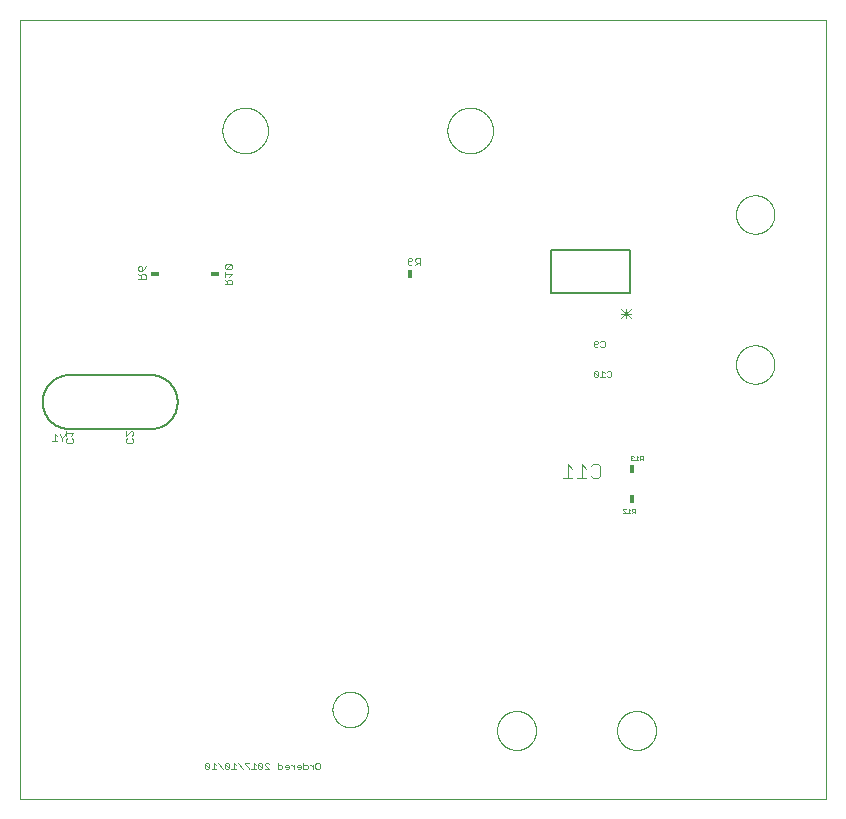
<source format=gbo>
G75*
%MOIN*%
%OFA0B0*%
%FSLAX25Y25*%
%IPPOS*%
%LPD*%
%AMOC8*
5,1,8,0,0,1.08239X$1,22.5*
%
%ADD10C,0.00000*%
%ADD11C,0.00200*%
%ADD12C,0.00400*%
%ADD13R,0.03000X0.01800*%
%ADD14R,0.01800X0.03000*%
%ADD15C,0.00800*%
%ADD16C,0.00600*%
%ADD17C,0.00300*%
%ADD18C,0.00100*%
D10*
X0003594Y0010258D02*
X0003594Y0270219D01*
X0272294Y0270219D01*
X0272294Y0010258D01*
X0003594Y0010258D01*
X0107688Y0040258D02*
X0107690Y0040411D01*
X0107696Y0040565D01*
X0107706Y0040718D01*
X0107720Y0040870D01*
X0107738Y0041023D01*
X0107760Y0041174D01*
X0107785Y0041325D01*
X0107815Y0041476D01*
X0107849Y0041626D01*
X0107886Y0041774D01*
X0107927Y0041922D01*
X0107972Y0042068D01*
X0108021Y0042214D01*
X0108074Y0042358D01*
X0108130Y0042500D01*
X0108190Y0042641D01*
X0108254Y0042781D01*
X0108321Y0042919D01*
X0108392Y0043055D01*
X0108467Y0043189D01*
X0108544Y0043321D01*
X0108626Y0043451D01*
X0108710Y0043579D01*
X0108798Y0043705D01*
X0108889Y0043828D01*
X0108983Y0043949D01*
X0109081Y0044067D01*
X0109181Y0044183D01*
X0109285Y0044296D01*
X0109391Y0044407D01*
X0109500Y0044515D01*
X0109612Y0044620D01*
X0109726Y0044721D01*
X0109844Y0044820D01*
X0109963Y0044916D01*
X0110085Y0045009D01*
X0110210Y0045098D01*
X0110337Y0045185D01*
X0110466Y0045267D01*
X0110597Y0045347D01*
X0110730Y0045423D01*
X0110865Y0045496D01*
X0111002Y0045565D01*
X0111141Y0045630D01*
X0111281Y0045692D01*
X0111423Y0045750D01*
X0111566Y0045805D01*
X0111711Y0045856D01*
X0111857Y0045903D01*
X0112004Y0045946D01*
X0112152Y0045985D01*
X0112301Y0046021D01*
X0112451Y0046052D01*
X0112602Y0046080D01*
X0112753Y0046104D01*
X0112906Y0046124D01*
X0113058Y0046140D01*
X0113211Y0046152D01*
X0113364Y0046160D01*
X0113517Y0046164D01*
X0113671Y0046164D01*
X0113824Y0046160D01*
X0113977Y0046152D01*
X0114130Y0046140D01*
X0114282Y0046124D01*
X0114435Y0046104D01*
X0114586Y0046080D01*
X0114737Y0046052D01*
X0114887Y0046021D01*
X0115036Y0045985D01*
X0115184Y0045946D01*
X0115331Y0045903D01*
X0115477Y0045856D01*
X0115622Y0045805D01*
X0115765Y0045750D01*
X0115907Y0045692D01*
X0116047Y0045630D01*
X0116186Y0045565D01*
X0116323Y0045496D01*
X0116458Y0045423D01*
X0116591Y0045347D01*
X0116722Y0045267D01*
X0116851Y0045185D01*
X0116978Y0045098D01*
X0117103Y0045009D01*
X0117225Y0044916D01*
X0117344Y0044820D01*
X0117462Y0044721D01*
X0117576Y0044620D01*
X0117688Y0044515D01*
X0117797Y0044407D01*
X0117903Y0044296D01*
X0118007Y0044183D01*
X0118107Y0044067D01*
X0118205Y0043949D01*
X0118299Y0043828D01*
X0118390Y0043705D01*
X0118478Y0043579D01*
X0118562Y0043451D01*
X0118644Y0043321D01*
X0118721Y0043189D01*
X0118796Y0043055D01*
X0118867Y0042919D01*
X0118934Y0042781D01*
X0118998Y0042641D01*
X0119058Y0042500D01*
X0119114Y0042358D01*
X0119167Y0042214D01*
X0119216Y0042068D01*
X0119261Y0041922D01*
X0119302Y0041774D01*
X0119339Y0041626D01*
X0119373Y0041476D01*
X0119403Y0041325D01*
X0119428Y0041174D01*
X0119450Y0041023D01*
X0119468Y0040870D01*
X0119482Y0040718D01*
X0119492Y0040565D01*
X0119498Y0040411D01*
X0119500Y0040258D01*
X0119498Y0040105D01*
X0119492Y0039951D01*
X0119482Y0039798D01*
X0119468Y0039646D01*
X0119450Y0039493D01*
X0119428Y0039342D01*
X0119403Y0039191D01*
X0119373Y0039040D01*
X0119339Y0038890D01*
X0119302Y0038742D01*
X0119261Y0038594D01*
X0119216Y0038448D01*
X0119167Y0038302D01*
X0119114Y0038158D01*
X0119058Y0038016D01*
X0118998Y0037875D01*
X0118934Y0037735D01*
X0118867Y0037597D01*
X0118796Y0037461D01*
X0118721Y0037327D01*
X0118644Y0037195D01*
X0118562Y0037065D01*
X0118478Y0036937D01*
X0118390Y0036811D01*
X0118299Y0036688D01*
X0118205Y0036567D01*
X0118107Y0036449D01*
X0118007Y0036333D01*
X0117903Y0036220D01*
X0117797Y0036109D01*
X0117688Y0036001D01*
X0117576Y0035896D01*
X0117462Y0035795D01*
X0117344Y0035696D01*
X0117225Y0035600D01*
X0117103Y0035507D01*
X0116978Y0035418D01*
X0116851Y0035331D01*
X0116722Y0035249D01*
X0116591Y0035169D01*
X0116458Y0035093D01*
X0116323Y0035020D01*
X0116186Y0034951D01*
X0116047Y0034886D01*
X0115907Y0034824D01*
X0115765Y0034766D01*
X0115622Y0034711D01*
X0115477Y0034660D01*
X0115331Y0034613D01*
X0115184Y0034570D01*
X0115036Y0034531D01*
X0114887Y0034495D01*
X0114737Y0034464D01*
X0114586Y0034436D01*
X0114435Y0034412D01*
X0114282Y0034392D01*
X0114130Y0034376D01*
X0113977Y0034364D01*
X0113824Y0034356D01*
X0113671Y0034352D01*
X0113517Y0034352D01*
X0113364Y0034356D01*
X0113211Y0034364D01*
X0113058Y0034376D01*
X0112906Y0034392D01*
X0112753Y0034412D01*
X0112602Y0034436D01*
X0112451Y0034464D01*
X0112301Y0034495D01*
X0112152Y0034531D01*
X0112004Y0034570D01*
X0111857Y0034613D01*
X0111711Y0034660D01*
X0111566Y0034711D01*
X0111423Y0034766D01*
X0111281Y0034824D01*
X0111141Y0034886D01*
X0111002Y0034951D01*
X0110865Y0035020D01*
X0110730Y0035093D01*
X0110597Y0035169D01*
X0110466Y0035249D01*
X0110337Y0035331D01*
X0110210Y0035418D01*
X0110085Y0035507D01*
X0109963Y0035600D01*
X0109844Y0035696D01*
X0109726Y0035795D01*
X0109612Y0035896D01*
X0109500Y0036001D01*
X0109391Y0036109D01*
X0109285Y0036220D01*
X0109181Y0036333D01*
X0109081Y0036449D01*
X0108983Y0036567D01*
X0108889Y0036688D01*
X0108798Y0036811D01*
X0108710Y0036937D01*
X0108626Y0037065D01*
X0108544Y0037195D01*
X0108467Y0037327D01*
X0108392Y0037461D01*
X0108321Y0037597D01*
X0108254Y0037735D01*
X0108190Y0037875D01*
X0108130Y0038016D01*
X0108074Y0038158D01*
X0108021Y0038302D01*
X0107972Y0038448D01*
X0107927Y0038594D01*
X0107886Y0038742D01*
X0107849Y0038890D01*
X0107815Y0039040D01*
X0107785Y0039191D01*
X0107760Y0039342D01*
X0107738Y0039493D01*
X0107720Y0039646D01*
X0107706Y0039798D01*
X0107696Y0039951D01*
X0107690Y0040105D01*
X0107688Y0040258D01*
X0162578Y0033258D02*
X0162580Y0033419D01*
X0162586Y0033579D01*
X0162596Y0033740D01*
X0162610Y0033900D01*
X0162628Y0034059D01*
X0162649Y0034219D01*
X0162675Y0034377D01*
X0162705Y0034535D01*
X0162738Y0034692D01*
X0162776Y0034849D01*
X0162817Y0035004D01*
X0162862Y0035158D01*
X0162911Y0035311D01*
X0162964Y0035463D01*
X0163020Y0035613D01*
X0163080Y0035762D01*
X0163144Y0035910D01*
X0163211Y0036056D01*
X0163282Y0036200D01*
X0163357Y0036342D01*
X0163435Y0036483D01*
X0163516Y0036621D01*
X0163601Y0036758D01*
X0163690Y0036892D01*
X0163781Y0037024D01*
X0163876Y0037154D01*
X0163974Y0037281D01*
X0164075Y0037406D01*
X0164179Y0037529D01*
X0164286Y0037648D01*
X0164396Y0037765D01*
X0164509Y0037880D01*
X0164625Y0037991D01*
X0164743Y0038100D01*
X0164864Y0038205D01*
X0164988Y0038308D01*
X0165114Y0038408D01*
X0165243Y0038504D01*
X0165374Y0038597D01*
X0165507Y0038687D01*
X0165642Y0038774D01*
X0165780Y0038857D01*
X0165919Y0038936D01*
X0166061Y0039013D01*
X0166204Y0039086D01*
X0166349Y0039155D01*
X0166496Y0039220D01*
X0166644Y0039282D01*
X0166794Y0039341D01*
X0166945Y0039395D01*
X0167097Y0039446D01*
X0167251Y0039493D01*
X0167406Y0039536D01*
X0167561Y0039575D01*
X0167718Y0039611D01*
X0167876Y0039643D01*
X0168034Y0039670D01*
X0168193Y0039694D01*
X0168352Y0039714D01*
X0168512Y0039730D01*
X0168673Y0039742D01*
X0168833Y0039750D01*
X0168994Y0039754D01*
X0169154Y0039754D01*
X0169315Y0039750D01*
X0169475Y0039742D01*
X0169636Y0039730D01*
X0169796Y0039714D01*
X0169955Y0039694D01*
X0170114Y0039670D01*
X0170272Y0039643D01*
X0170430Y0039611D01*
X0170587Y0039575D01*
X0170742Y0039536D01*
X0170897Y0039493D01*
X0171051Y0039446D01*
X0171203Y0039395D01*
X0171354Y0039341D01*
X0171504Y0039282D01*
X0171652Y0039220D01*
X0171799Y0039155D01*
X0171944Y0039086D01*
X0172087Y0039013D01*
X0172229Y0038936D01*
X0172368Y0038857D01*
X0172506Y0038774D01*
X0172641Y0038687D01*
X0172774Y0038597D01*
X0172905Y0038504D01*
X0173034Y0038408D01*
X0173160Y0038308D01*
X0173284Y0038205D01*
X0173405Y0038100D01*
X0173523Y0037991D01*
X0173639Y0037880D01*
X0173752Y0037765D01*
X0173862Y0037648D01*
X0173969Y0037529D01*
X0174073Y0037406D01*
X0174174Y0037281D01*
X0174272Y0037154D01*
X0174367Y0037024D01*
X0174458Y0036892D01*
X0174547Y0036758D01*
X0174632Y0036621D01*
X0174713Y0036483D01*
X0174791Y0036342D01*
X0174866Y0036200D01*
X0174937Y0036056D01*
X0175004Y0035910D01*
X0175068Y0035762D01*
X0175128Y0035613D01*
X0175184Y0035463D01*
X0175237Y0035311D01*
X0175286Y0035158D01*
X0175331Y0035004D01*
X0175372Y0034849D01*
X0175410Y0034692D01*
X0175443Y0034535D01*
X0175473Y0034377D01*
X0175499Y0034219D01*
X0175520Y0034059D01*
X0175538Y0033900D01*
X0175552Y0033740D01*
X0175562Y0033579D01*
X0175568Y0033419D01*
X0175570Y0033258D01*
X0175568Y0033097D01*
X0175562Y0032937D01*
X0175552Y0032776D01*
X0175538Y0032616D01*
X0175520Y0032457D01*
X0175499Y0032297D01*
X0175473Y0032139D01*
X0175443Y0031981D01*
X0175410Y0031824D01*
X0175372Y0031667D01*
X0175331Y0031512D01*
X0175286Y0031358D01*
X0175237Y0031205D01*
X0175184Y0031053D01*
X0175128Y0030903D01*
X0175068Y0030754D01*
X0175004Y0030606D01*
X0174937Y0030460D01*
X0174866Y0030316D01*
X0174791Y0030174D01*
X0174713Y0030033D01*
X0174632Y0029895D01*
X0174547Y0029758D01*
X0174458Y0029624D01*
X0174367Y0029492D01*
X0174272Y0029362D01*
X0174174Y0029235D01*
X0174073Y0029110D01*
X0173969Y0028987D01*
X0173862Y0028868D01*
X0173752Y0028751D01*
X0173639Y0028636D01*
X0173523Y0028525D01*
X0173405Y0028416D01*
X0173284Y0028311D01*
X0173160Y0028208D01*
X0173034Y0028108D01*
X0172905Y0028012D01*
X0172774Y0027919D01*
X0172641Y0027829D01*
X0172506Y0027742D01*
X0172368Y0027659D01*
X0172229Y0027580D01*
X0172087Y0027503D01*
X0171944Y0027430D01*
X0171799Y0027361D01*
X0171652Y0027296D01*
X0171504Y0027234D01*
X0171354Y0027175D01*
X0171203Y0027121D01*
X0171051Y0027070D01*
X0170897Y0027023D01*
X0170742Y0026980D01*
X0170587Y0026941D01*
X0170430Y0026905D01*
X0170272Y0026873D01*
X0170114Y0026846D01*
X0169955Y0026822D01*
X0169796Y0026802D01*
X0169636Y0026786D01*
X0169475Y0026774D01*
X0169315Y0026766D01*
X0169154Y0026762D01*
X0168994Y0026762D01*
X0168833Y0026766D01*
X0168673Y0026774D01*
X0168512Y0026786D01*
X0168352Y0026802D01*
X0168193Y0026822D01*
X0168034Y0026846D01*
X0167876Y0026873D01*
X0167718Y0026905D01*
X0167561Y0026941D01*
X0167406Y0026980D01*
X0167251Y0027023D01*
X0167097Y0027070D01*
X0166945Y0027121D01*
X0166794Y0027175D01*
X0166644Y0027234D01*
X0166496Y0027296D01*
X0166349Y0027361D01*
X0166204Y0027430D01*
X0166061Y0027503D01*
X0165919Y0027580D01*
X0165780Y0027659D01*
X0165642Y0027742D01*
X0165507Y0027829D01*
X0165374Y0027919D01*
X0165243Y0028012D01*
X0165114Y0028108D01*
X0164988Y0028208D01*
X0164864Y0028311D01*
X0164743Y0028416D01*
X0164625Y0028525D01*
X0164509Y0028636D01*
X0164396Y0028751D01*
X0164286Y0028868D01*
X0164179Y0028987D01*
X0164075Y0029110D01*
X0163974Y0029235D01*
X0163876Y0029362D01*
X0163781Y0029492D01*
X0163690Y0029624D01*
X0163601Y0029758D01*
X0163516Y0029895D01*
X0163435Y0030033D01*
X0163357Y0030174D01*
X0163282Y0030316D01*
X0163211Y0030460D01*
X0163144Y0030606D01*
X0163080Y0030754D01*
X0163020Y0030903D01*
X0162964Y0031053D01*
X0162911Y0031205D01*
X0162862Y0031358D01*
X0162817Y0031512D01*
X0162776Y0031667D01*
X0162738Y0031824D01*
X0162705Y0031981D01*
X0162675Y0032139D01*
X0162649Y0032297D01*
X0162628Y0032457D01*
X0162610Y0032616D01*
X0162596Y0032776D01*
X0162586Y0032937D01*
X0162580Y0033097D01*
X0162578Y0033258D01*
X0202578Y0033258D02*
X0202580Y0033419D01*
X0202586Y0033579D01*
X0202596Y0033740D01*
X0202610Y0033900D01*
X0202628Y0034059D01*
X0202649Y0034219D01*
X0202675Y0034377D01*
X0202705Y0034535D01*
X0202738Y0034692D01*
X0202776Y0034849D01*
X0202817Y0035004D01*
X0202862Y0035158D01*
X0202911Y0035311D01*
X0202964Y0035463D01*
X0203020Y0035613D01*
X0203080Y0035762D01*
X0203144Y0035910D01*
X0203211Y0036056D01*
X0203282Y0036200D01*
X0203357Y0036342D01*
X0203435Y0036483D01*
X0203516Y0036621D01*
X0203601Y0036758D01*
X0203690Y0036892D01*
X0203781Y0037024D01*
X0203876Y0037154D01*
X0203974Y0037281D01*
X0204075Y0037406D01*
X0204179Y0037529D01*
X0204286Y0037648D01*
X0204396Y0037765D01*
X0204509Y0037880D01*
X0204625Y0037991D01*
X0204743Y0038100D01*
X0204864Y0038205D01*
X0204988Y0038308D01*
X0205114Y0038408D01*
X0205243Y0038504D01*
X0205374Y0038597D01*
X0205507Y0038687D01*
X0205642Y0038774D01*
X0205780Y0038857D01*
X0205919Y0038936D01*
X0206061Y0039013D01*
X0206204Y0039086D01*
X0206349Y0039155D01*
X0206496Y0039220D01*
X0206644Y0039282D01*
X0206794Y0039341D01*
X0206945Y0039395D01*
X0207097Y0039446D01*
X0207251Y0039493D01*
X0207406Y0039536D01*
X0207561Y0039575D01*
X0207718Y0039611D01*
X0207876Y0039643D01*
X0208034Y0039670D01*
X0208193Y0039694D01*
X0208352Y0039714D01*
X0208512Y0039730D01*
X0208673Y0039742D01*
X0208833Y0039750D01*
X0208994Y0039754D01*
X0209154Y0039754D01*
X0209315Y0039750D01*
X0209475Y0039742D01*
X0209636Y0039730D01*
X0209796Y0039714D01*
X0209955Y0039694D01*
X0210114Y0039670D01*
X0210272Y0039643D01*
X0210430Y0039611D01*
X0210587Y0039575D01*
X0210742Y0039536D01*
X0210897Y0039493D01*
X0211051Y0039446D01*
X0211203Y0039395D01*
X0211354Y0039341D01*
X0211504Y0039282D01*
X0211652Y0039220D01*
X0211799Y0039155D01*
X0211944Y0039086D01*
X0212087Y0039013D01*
X0212229Y0038936D01*
X0212368Y0038857D01*
X0212506Y0038774D01*
X0212641Y0038687D01*
X0212774Y0038597D01*
X0212905Y0038504D01*
X0213034Y0038408D01*
X0213160Y0038308D01*
X0213284Y0038205D01*
X0213405Y0038100D01*
X0213523Y0037991D01*
X0213639Y0037880D01*
X0213752Y0037765D01*
X0213862Y0037648D01*
X0213969Y0037529D01*
X0214073Y0037406D01*
X0214174Y0037281D01*
X0214272Y0037154D01*
X0214367Y0037024D01*
X0214458Y0036892D01*
X0214547Y0036758D01*
X0214632Y0036621D01*
X0214713Y0036483D01*
X0214791Y0036342D01*
X0214866Y0036200D01*
X0214937Y0036056D01*
X0215004Y0035910D01*
X0215068Y0035762D01*
X0215128Y0035613D01*
X0215184Y0035463D01*
X0215237Y0035311D01*
X0215286Y0035158D01*
X0215331Y0035004D01*
X0215372Y0034849D01*
X0215410Y0034692D01*
X0215443Y0034535D01*
X0215473Y0034377D01*
X0215499Y0034219D01*
X0215520Y0034059D01*
X0215538Y0033900D01*
X0215552Y0033740D01*
X0215562Y0033579D01*
X0215568Y0033419D01*
X0215570Y0033258D01*
X0215568Y0033097D01*
X0215562Y0032937D01*
X0215552Y0032776D01*
X0215538Y0032616D01*
X0215520Y0032457D01*
X0215499Y0032297D01*
X0215473Y0032139D01*
X0215443Y0031981D01*
X0215410Y0031824D01*
X0215372Y0031667D01*
X0215331Y0031512D01*
X0215286Y0031358D01*
X0215237Y0031205D01*
X0215184Y0031053D01*
X0215128Y0030903D01*
X0215068Y0030754D01*
X0215004Y0030606D01*
X0214937Y0030460D01*
X0214866Y0030316D01*
X0214791Y0030174D01*
X0214713Y0030033D01*
X0214632Y0029895D01*
X0214547Y0029758D01*
X0214458Y0029624D01*
X0214367Y0029492D01*
X0214272Y0029362D01*
X0214174Y0029235D01*
X0214073Y0029110D01*
X0213969Y0028987D01*
X0213862Y0028868D01*
X0213752Y0028751D01*
X0213639Y0028636D01*
X0213523Y0028525D01*
X0213405Y0028416D01*
X0213284Y0028311D01*
X0213160Y0028208D01*
X0213034Y0028108D01*
X0212905Y0028012D01*
X0212774Y0027919D01*
X0212641Y0027829D01*
X0212506Y0027742D01*
X0212368Y0027659D01*
X0212229Y0027580D01*
X0212087Y0027503D01*
X0211944Y0027430D01*
X0211799Y0027361D01*
X0211652Y0027296D01*
X0211504Y0027234D01*
X0211354Y0027175D01*
X0211203Y0027121D01*
X0211051Y0027070D01*
X0210897Y0027023D01*
X0210742Y0026980D01*
X0210587Y0026941D01*
X0210430Y0026905D01*
X0210272Y0026873D01*
X0210114Y0026846D01*
X0209955Y0026822D01*
X0209796Y0026802D01*
X0209636Y0026786D01*
X0209475Y0026774D01*
X0209315Y0026766D01*
X0209154Y0026762D01*
X0208994Y0026762D01*
X0208833Y0026766D01*
X0208673Y0026774D01*
X0208512Y0026786D01*
X0208352Y0026802D01*
X0208193Y0026822D01*
X0208034Y0026846D01*
X0207876Y0026873D01*
X0207718Y0026905D01*
X0207561Y0026941D01*
X0207406Y0026980D01*
X0207251Y0027023D01*
X0207097Y0027070D01*
X0206945Y0027121D01*
X0206794Y0027175D01*
X0206644Y0027234D01*
X0206496Y0027296D01*
X0206349Y0027361D01*
X0206204Y0027430D01*
X0206061Y0027503D01*
X0205919Y0027580D01*
X0205780Y0027659D01*
X0205642Y0027742D01*
X0205507Y0027829D01*
X0205374Y0027919D01*
X0205243Y0028012D01*
X0205114Y0028108D01*
X0204988Y0028208D01*
X0204864Y0028311D01*
X0204743Y0028416D01*
X0204625Y0028525D01*
X0204509Y0028636D01*
X0204396Y0028751D01*
X0204286Y0028868D01*
X0204179Y0028987D01*
X0204075Y0029110D01*
X0203974Y0029235D01*
X0203876Y0029362D01*
X0203781Y0029492D01*
X0203690Y0029624D01*
X0203601Y0029758D01*
X0203516Y0029895D01*
X0203435Y0030033D01*
X0203357Y0030174D01*
X0203282Y0030316D01*
X0203211Y0030460D01*
X0203144Y0030606D01*
X0203080Y0030754D01*
X0203020Y0030903D01*
X0202964Y0031053D01*
X0202911Y0031205D01*
X0202862Y0031358D01*
X0202817Y0031512D01*
X0202776Y0031667D01*
X0202738Y0031824D01*
X0202705Y0031981D01*
X0202675Y0032139D01*
X0202649Y0032297D01*
X0202628Y0032457D01*
X0202610Y0032616D01*
X0202596Y0032776D01*
X0202586Y0032937D01*
X0202580Y0033097D01*
X0202578Y0033258D01*
X0242196Y0155258D02*
X0242198Y0155418D01*
X0242204Y0155577D01*
X0242214Y0155736D01*
X0242228Y0155895D01*
X0242246Y0156054D01*
X0242267Y0156212D01*
X0242293Y0156369D01*
X0242323Y0156526D01*
X0242356Y0156682D01*
X0242394Y0156837D01*
X0242435Y0156991D01*
X0242480Y0157144D01*
X0242529Y0157296D01*
X0242582Y0157446D01*
X0242638Y0157595D01*
X0242698Y0157743D01*
X0242762Y0157889D01*
X0242830Y0158034D01*
X0242901Y0158177D01*
X0242975Y0158318D01*
X0243053Y0158457D01*
X0243135Y0158594D01*
X0243220Y0158729D01*
X0243308Y0158862D01*
X0243399Y0158993D01*
X0243494Y0159121D01*
X0243592Y0159247D01*
X0243693Y0159371D01*
X0243797Y0159491D01*
X0243904Y0159610D01*
X0244014Y0159725D01*
X0244127Y0159838D01*
X0244242Y0159948D01*
X0244361Y0160055D01*
X0244481Y0160159D01*
X0244605Y0160260D01*
X0244731Y0160358D01*
X0244859Y0160453D01*
X0244990Y0160544D01*
X0245123Y0160632D01*
X0245258Y0160717D01*
X0245395Y0160799D01*
X0245534Y0160877D01*
X0245675Y0160951D01*
X0245818Y0161022D01*
X0245963Y0161090D01*
X0246109Y0161154D01*
X0246257Y0161214D01*
X0246406Y0161270D01*
X0246556Y0161323D01*
X0246708Y0161372D01*
X0246861Y0161417D01*
X0247015Y0161458D01*
X0247170Y0161496D01*
X0247326Y0161529D01*
X0247483Y0161559D01*
X0247640Y0161585D01*
X0247798Y0161606D01*
X0247957Y0161624D01*
X0248116Y0161638D01*
X0248275Y0161648D01*
X0248434Y0161654D01*
X0248594Y0161656D01*
X0248754Y0161654D01*
X0248913Y0161648D01*
X0249072Y0161638D01*
X0249231Y0161624D01*
X0249390Y0161606D01*
X0249548Y0161585D01*
X0249705Y0161559D01*
X0249862Y0161529D01*
X0250018Y0161496D01*
X0250173Y0161458D01*
X0250327Y0161417D01*
X0250480Y0161372D01*
X0250632Y0161323D01*
X0250782Y0161270D01*
X0250931Y0161214D01*
X0251079Y0161154D01*
X0251225Y0161090D01*
X0251370Y0161022D01*
X0251513Y0160951D01*
X0251654Y0160877D01*
X0251793Y0160799D01*
X0251930Y0160717D01*
X0252065Y0160632D01*
X0252198Y0160544D01*
X0252329Y0160453D01*
X0252457Y0160358D01*
X0252583Y0160260D01*
X0252707Y0160159D01*
X0252827Y0160055D01*
X0252946Y0159948D01*
X0253061Y0159838D01*
X0253174Y0159725D01*
X0253284Y0159610D01*
X0253391Y0159491D01*
X0253495Y0159371D01*
X0253596Y0159247D01*
X0253694Y0159121D01*
X0253789Y0158993D01*
X0253880Y0158862D01*
X0253968Y0158729D01*
X0254053Y0158594D01*
X0254135Y0158457D01*
X0254213Y0158318D01*
X0254287Y0158177D01*
X0254358Y0158034D01*
X0254426Y0157889D01*
X0254490Y0157743D01*
X0254550Y0157595D01*
X0254606Y0157446D01*
X0254659Y0157296D01*
X0254708Y0157144D01*
X0254753Y0156991D01*
X0254794Y0156837D01*
X0254832Y0156682D01*
X0254865Y0156526D01*
X0254895Y0156369D01*
X0254921Y0156212D01*
X0254942Y0156054D01*
X0254960Y0155895D01*
X0254974Y0155736D01*
X0254984Y0155577D01*
X0254990Y0155418D01*
X0254992Y0155258D01*
X0254990Y0155098D01*
X0254984Y0154939D01*
X0254974Y0154780D01*
X0254960Y0154621D01*
X0254942Y0154462D01*
X0254921Y0154304D01*
X0254895Y0154147D01*
X0254865Y0153990D01*
X0254832Y0153834D01*
X0254794Y0153679D01*
X0254753Y0153525D01*
X0254708Y0153372D01*
X0254659Y0153220D01*
X0254606Y0153070D01*
X0254550Y0152921D01*
X0254490Y0152773D01*
X0254426Y0152627D01*
X0254358Y0152482D01*
X0254287Y0152339D01*
X0254213Y0152198D01*
X0254135Y0152059D01*
X0254053Y0151922D01*
X0253968Y0151787D01*
X0253880Y0151654D01*
X0253789Y0151523D01*
X0253694Y0151395D01*
X0253596Y0151269D01*
X0253495Y0151145D01*
X0253391Y0151025D01*
X0253284Y0150906D01*
X0253174Y0150791D01*
X0253061Y0150678D01*
X0252946Y0150568D01*
X0252827Y0150461D01*
X0252707Y0150357D01*
X0252583Y0150256D01*
X0252457Y0150158D01*
X0252329Y0150063D01*
X0252198Y0149972D01*
X0252065Y0149884D01*
X0251930Y0149799D01*
X0251793Y0149717D01*
X0251654Y0149639D01*
X0251513Y0149565D01*
X0251370Y0149494D01*
X0251225Y0149426D01*
X0251079Y0149362D01*
X0250931Y0149302D01*
X0250782Y0149246D01*
X0250632Y0149193D01*
X0250480Y0149144D01*
X0250327Y0149099D01*
X0250173Y0149058D01*
X0250018Y0149020D01*
X0249862Y0148987D01*
X0249705Y0148957D01*
X0249548Y0148931D01*
X0249390Y0148910D01*
X0249231Y0148892D01*
X0249072Y0148878D01*
X0248913Y0148868D01*
X0248754Y0148862D01*
X0248594Y0148860D01*
X0248434Y0148862D01*
X0248275Y0148868D01*
X0248116Y0148878D01*
X0247957Y0148892D01*
X0247798Y0148910D01*
X0247640Y0148931D01*
X0247483Y0148957D01*
X0247326Y0148987D01*
X0247170Y0149020D01*
X0247015Y0149058D01*
X0246861Y0149099D01*
X0246708Y0149144D01*
X0246556Y0149193D01*
X0246406Y0149246D01*
X0246257Y0149302D01*
X0246109Y0149362D01*
X0245963Y0149426D01*
X0245818Y0149494D01*
X0245675Y0149565D01*
X0245534Y0149639D01*
X0245395Y0149717D01*
X0245258Y0149799D01*
X0245123Y0149884D01*
X0244990Y0149972D01*
X0244859Y0150063D01*
X0244731Y0150158D01*
X0244605Y0150256D01*
X0244481Y0150357D01*
X0244361Y0150461D01*
X0244242Y0150568D01*
X0244127Y0150678D01*
X0244014Y0150791D01*
X0243904Y0150906D01*
X0243797Y0151025D01*
X0243693Y0151145D01*
X0243592Y0151269D01*
X0243494Y0151395D01*
X0243399Y0151523D01*
X0243308Y0151654D01*
X0243220Y0151787D01*
X0243135Y0151922D01*
X0243053Y0152059D01*
X0242975Y0152198D01*
X0242901Y0152339D01*
X0242830Y0152482D01*
X0242762Y0152627D01*
X0242698Y0152773D01*
X0242638Y0152921D01*
X0242582Y0153070D01*
X0242529Y0153220D01*
X0242480Y0153372D01*
X0242435Y0153525D01*
X0242394Y0153679D01*
X0242356Y0153834D01*
X0242323Y0153990D01*
X0242293Y0154147D01*
X0242267Y0154304D01*
X0242246Y0154462D01*
X0242228Y0154621D01*
X0242214Y0154780D01*
X0242204Y0154939D01*
X0242198Y0155098D01*
X0242196Y0155258D01*
X0242196Y0205258D02*
X0242198Y0205418D01*
X0242204Y0205577D01*
X0242214Y0205736D01*
X0242228Y0205895D01*
X0242246Y0206054D01*
X0242267Y0206212D01*
X0242293Y0206369D01*
X0242323Y0206526D01*
X0242356Y0206682D01*
X0242394Y0206837D01*
X0242435Y0206991D01*
X0242480Y0207144D01*
X0242529Y0207296D01*
X0242582Y0207446D01*
X0242638Y0207595D01*
X0242698Y0207743D01*
X0242762Y0207889D01*
X0242830Y0208034D01*
X0242901Y0208177D01*
X0242975Y0208318D01*
X0243053Y0208457D01*
X0243135Y0208594D01*
X0243220Y0208729D01*
X0243308Y0208862D01*
X0243399Y0208993D01*
X0243494Y0209121D01*
X0243592Y0209247D01*
X0243693Y0209371D01*
X0243797Y0209491D01*
X0243904Y0209610D01*
X0244014Y0209725D01*
X0244127Y0209838D01*
X0244242Y0209948D01*
X0244361Y0210055D01*
X0244481Y0210159D01*
X0244605Y0210260D01*
X0244731Y0210358D01*
X0244859Y0210453D01*
X0244990Y0210544D01*
X0245123Y0210632D01*
X0245258Y0210717D01*
X0245395Y0210799D01*
X0245534Y0210877D01*
X0245675Y0210951D01*
X0245818Y0211022D01*
X0245963Y0211090D01*
X0246109Y0211154D01*
X0246257Y0211214D01*
X0246406Y0211270D01*
X0246556Y0211323D01*
X0246708Y0211372D01*
X0246861Y0211417D01*
X0247015Y0211458D01*
X0247170Y0211496D01*
X0247326Y0211529D01*
X0247483Y0211559D01*
X0247640Y0211585D01*
X0247798Y0211606D01*
X0247957Y0211624D01*
X0248116Y0211638D01*
X0248275Y0211648D01*
X0248434Y0211654D01*
X0248594Y0211656D01*
X0248754Y0211654D01*
X0248913Y0211648D01*
X0249072Y0211638D01*
X0249231Y0211624D01*
X0249390Y0211606D01*
X0249548Y0211585D01*
X0249705Y0211559D01*
X0249862Y0211529D01*
X0250018Y0211496D01*
X0250173Y0211458D01*
X0250327Y0211417D01*
X0250480Y0211372D01*
X0250632Y0211323D01*
X0250782Y0211270D01*
X0250931Y0211214D01*
X0251079Y0211154D01*
X0251225Y0211090D01*
X0251370Y0211022D01*
X0251513Y0210951D01*
X0251654Y0210877D01*
X0251793Y0210799D01*
X0251930Y0210717D01*
X0252065Y0210632D01*
X0252198Y0210544D01*
X0252329Y0210453D01*
X0252457Y0210358D01*
X0252583Y0210260D01*
X0252707Y0210159D01*
X0252827Y0210055D01*
X0252946Y0209948D01*
X0253061Y0209838D01*
X0253174Y0209725D01*
X0253284Y0209610D01*
X0253391Y0209491D01*
X0253495Y0209371D01*
X0253596Y0209247D01*
X0253694Y0209121D01*
X0253789Y0208993D01*
X0253880Y0208862D01*
X0253968Y0208729D01*
X0254053Y0208594D01*
X0254135Y0208457D01*
X0254213Y0208318D01*
X0254287Y0208177D01*
X0254358Y0208034D01*
X0254426Y0207889D01*
X0254490Y0207743D01*
X0254550Y0207595D01*
X0254606Y0207446D01*
X0254659Y0207296D01*
X0254708Y0207144D01*
X0254753Y0206991D01*
X0254794Y0206837D01*
X0254832Y0206682D01*
X0254865Y0206526D01*
X0254895Y0206369D01*
X0254921Y0206212D01*
X0254942Y0206054D01*
X0254960Y0205895D01*
X0254974Y0205736D01*
X0254984Y0205577D01*
X0254990Y0205418D01*
X0254992Y0205258D01*
X0254990Y0205098D01*
X0254984Y0204939D01*
X0254974Y0204780D01*
X0254960Y0204621D01*
X0254942Y0204462D01*
X0254921Y0204304D01*
X0254895Y0204147D01*
X0254865Y0203990D01*
X0254832Y0203834D01*
X0254794Y0203679D01*
X0254753Y0203525D01*
X0254708Y0203372D01*
X0254659Y0203220D01*
X0254606Y0203070D01*
X0254550Y0202921D01*
X0254490Y0202773D01*
X0254426Y0202627D01*
X0254358Y0202482D01*
X0254287Y0202339D01*
X0254213Y0202198D01*
X0254135Y0202059D01*
X0254053Y0201922D01*
X0253968Y0201787D01*
X0253880Y0201654D01*
X0253789Y0201523D01*
X0253694Y0201395D01*
X0253596Y0201269D01*
X0253495Y0201145D01*
X0253391Y0201025D01*
X0253284Y0200906D01*
X0253174Y0200791D01*
X0253061Y0200678D01*
X0252946Y0200568D01*
X0252827Y0200461D01*
X0252707Y0200357D01*
X0252583Y0200256D01*
X0252457Y0200158D01*
X0252329Y0200063D01*
X0252198Y0199972D01*
X0252065Y0199884D01*
X0251930Y0199799D01*
X0251793Y0199717D01*
X0251654Y0199639D01*
X0251513Y0199565D01*
X0251370Y0199494D01*
X0251225Y0199426D01*
X0251079Y0199362D01*
X0250931Y0199302D01*
X0250782Y0199246D01*
X0250632Y0199193D01*
X0250480Y0199144D01*
X0250327Y0199099D01*
X0250173Y0199058D01*
X0250018Y0199020D01*
X0249862Y0198987D01*
X0249705Y0198957D01*
X0249548Y0198931D01*
X0249390Y0198910D01*
X0249231Y0198892D01*
X0249072Y0198878D01*
X0248913Y0198868D01*
X0248754Y0198862D01*
X0248594Y0198860D01*
X0248434Y0198862D01*
X0248275Y0198868D01*
X0248116Y0198878D01*
X0247957Y0198892D01*
X0247798Y0198910D01*
X0247640Y0198931D01*
X0247483Y0198957D01*
X0247326Y0198987D01*
X0247170Y0199020D01*
X0247015Y0199058D01*
X0246861Y0199099D01*
X0246708Y0199144D01*
X0246556Y0199193D01*
X0246406Y0199246D01*
X0246257Y0199302D01*
X0246109Y0199362D01*
X0245963Y0199426D01*
X0245818Y0199494D01*
X0245675Y0199565D01*
X0245534Y0199639D01*
X0245395Y0199717D01*
X0245258Y0199799D01*
X0245123Y0199884D01*
X0244990Y0199972D01*
X0244859Y0200063D01*
X0244731Y0200158D01*
X0244605Y0200256D01*
X0244481Y0200357D01*
X0244361Y0200461D01*
X0244242Y0200568D01*
X0244127Y0200678D01*
X0244014Y0200791D01*
X0243904Y0200906D01*
X0243797Y0201025D01*
X0243693Y0201145D01*
X0243592Y0201269D01*
X0243494Y0201395D01*
X0243399Y0201523D01*
X0243308Y0201654D01*
X0243220Y0201787D01*
X0243135Y0201922D01*
X0243053Y0202059D01*
X0242975Y0202198D01*
X0242901Y0202339D01*
X0242830Y0202482D01*
X0242762Y0202627D01*
X0242698Y0202773D01*
X0242638Y0202921D01*
X0242582Y0203070D01*
X0242529Y0203220D01*
X0242480Y0203372D01*
X0242435Y0203525D01*
X0242394Y0203679D01*
X0242356Y0203834D01*
X0242323Y0203990D01*
X0242293Y0204147D01*
X0242267Y0204304D01*
X0242246Y0204462D01*
X0242228Y0204621D01*
X0242214Y0204780D01*
X0242204Y0204939D01*
X0242198Y0205098D01*
X0242196Y0205258D01*
X0145996Y0233250D02*
X0145998Y0233436D01*
X0146005Y0233623D01*
X0146017Y0233809D01*
X0146033Y0233995D01*
X0146053Y0234180D01*
X0146078Y0234365D01*
X0146108Y0234549D01*
X0146142Y0234732D01*
X0146181Y0234915D01*
X0146224Y0235096D01*
X0146271Y0235276D01*
X0146323Y0235456D01*
X0146379Y0235633D01*
X0146440Y0235810D01*
X0146505Y0235984D01*
X0146574Y0236158D01*
X0146648Y0236329D01*
X0146725Y0236499D01*
X0146807Y0236666D01*
X0146893Y0236832D01*
X0146983Y0236995D01*
X0147077Y0237156D01*
X0147175Y0237315D01*
X0147276Y0237471D01*
X0147382Y0237625D01*
X0147491Y0237776D01*
X0147604Y0237925D01*
X0147721Y0238070D01*
X0147841Y0238213D01*
X0147964Y0238353D01*
X0148091Y0238489D01*
X0148221Y0238623D01*
X0148355Y0238753D01*
X0148491Y0238880D01*
X0148631Y0239003D01*
X0148774Y0239123D01*
X0148919Y0239240D01*
X0149068Y0239353D01*
X0149219Y0239462D01*
X0149373Y0239568D01*
X0149529Y0239669D01*
X0149688Y0239767D01*
X0149849Y0239861D01*
X0150012Y0239951D01*
X0150178Y0240037D01*
X0150345Y0240119D01*
X0150515Y0240196D01*
X0150686Y0240270D01*
X0150860Y0240339D01*
X0151034Y0240404D01*
X0151211Y0240465D01*
X0151388Y0240521D01*
X0151568Y0240573D01*
X0151748Y0240620D01*
X0151929Y0240663D01*
X0152112Y0240702D01*
X0152295Y0240736D01*
X0152479Y0240766D01*
X0152664Y0240791D01*
X0152849Y0240811D01*
X0153035Y0240827D01*
X0153221Y0240839D01*
X0153408Y0240846D01*
X0153594Y0240848D01*
X0153780Y0240846D01*
X0153967Y0240839D01*
X0154153Y0240827D01*
X0154339Y0240811D01*
X0154524Y0240791D01*
X0154709Y0240766D01*
X0154893Y0240736D01*
X0155076Y0240702D01*
X0155259Y0240663D01*
X0155440Y0240620D01*
X0155620Y0240573D01*
X0155800Y0240521D01*
X0155977Y0240465D01*
X0156154Y0240404D01*
X0156328Y0240339D01*
X0156502Y0240270D01*
X0156673Y0240196D01*
X0156843Y0240119D01*
X0157010Y0240037D01*
X0157176Y0239951D01*
X0157339Y0239861D01*
X0157500Y0239767D01*
X0157659Y0239669D01*
X0157815Y0239568D01*
X0157969Y0239462D01*
X0158120Y0239353D01*
X0158269Y0239240D01*
X0158414Y0239123D01*
X0158557Y0239003D01*
X0158697Y0238880D01*
X0158833Y0238753D01*
X0158967Y0238623D01*
X0159097Y0238489D01*
X0159224Y0238353D01*
X0159347Y0238213D01*
X0159467Y0238070D01*
X0159584Y0237925D01*
X0159697Y0237776D01*
X0159806Y0237625D01*
X0159912Y0237471D01*
X0160013Y0237315D01*
X0160111Y0237156D01*
X0160205Y0236995D01*
X0160295Y0236832D01*
X0160381Y0236666D01*
X0160463Y0236499D01*
X0160540Y0236329D01*
X0160614Y0236158D01*
X0160683Y0235984D01*
X0160748Y0235810D01*
X0160809Y0235633D01*
X0160865Y0235456D01*
X0160917Y0235276D01*
X0160964Y0235096D01*
X0161007Y0234915D01*
X0161046Y0234732D01*
X0161080Y0234549D01*
X0161110Y0234365D01*
X0161135Y0234180D01*
X0161155Y0233995D01*
X0161171Y0233809D01*
X0161183Y0233623D01*
X0161190Y0233436D01*
X0161192Y0233250D01*
X0161190Y0233064D01*
X0161183Y0232877D01*
X0161171Y0232691D01*
X0161155Y0232505D01*
X0161135Y0232320D01*
X0161110Y0232135D01*
X0161080Y0231951D01*
X0161046Y0231768D01*
X0161007Y0231585D01*
X0160964Y0231404D01*
X0160917Y0231224D01*
X0160865Y0231044D01*
X0160809Y0230867D01*
X0160748Y0230690D01*
X0160683Y0230516D01*
X0160614Y0230342D01*
X0160540Y0230171D01*
X0160463Y0230001D01*
X0160381Y0229834D01*
X0160295Y0229668D01*
X0160205Y0229505D01*
X0160111Y0229344D01*
X0160013Y0229185D01*
X0159912Y0229029D01*
X0159806Y0228875D01*
X0159697Y0228724D01*
X0159584Y0228575D01*
X0159467Y0228430D01*
X0159347Y0228287D01*
X0159224Y0228147D01*
X0159097Y0228011D01*
X0158967Y0227877D01*
X0158833Y0227747D01*
X0158697Y0227620D01*
X0158557Y0227497D01*
X0158414Y0227377D01*
X0158269Y0227260D01*
X0158120Y0227147D01*
X0157969Y0227038D01*
X0157815Y0226932D01*
X0157659Y0226831D01*
X0157500Y0226733D01*
X0157339Y0226639D01*
X0157176Y0226549D01*
X0157010Y0226463D01*
X0156843Y0226381D01*
X0156673Y0226304D01*
X0156502Y0226230D01*
X0156328Y0226161D01*
X0156154Y0226096D01*
X0155977Y0226035D01*
X0155800Y0225979D01*
X0155620Y0225927D01*
X0155440Y0225880D01*
X0155259Y0225837D01*
X0155076Y0225798D01*
X0154893Y0225764D01*
X0154709Y0225734D01*
X0154524Y0225709D01*
X0154339Y0225689D01*
X0154153Y0225673D01*
X0153967Y0225661D01*
X0153780Y0225654D01*
X0153594Y0225652D01*
X0153408Y0225654D01*
X0153221Y0225661D01*
X0153035Y0225673D01*
X0152849Y0225689D01*
X0152664Y0225709D01*
X0152479Y0225734D01*
X0152295Y0225764D01*
X0152112Y0225798D01*
X0151929Y0225837D01*
X0151748Y0225880D01*
X0151568Y0225927D01*
X0151388Y0225979D01*
X0151211Y0226035D01*
X0151034Y0226096D01*
X0150860Y0226161D01*
X0150686Y0226230D01*
X0150515Y0226304D01*
X0150345Y0226381D01*
X0150178Y0226463D01*
X0150012Y0226549D01*
X0149849Y0226639D01*
X0149688Y0226733D01*
X0149529Y0226831D01*
X0149373Y0226932D01*
X0149219Y0227038D01*
X0149068Y0227147D01*
X0148919Y0227260D01*
X0148774Y0227377D01*
X0148631Y0227497D01*
X0148491Y0227620D01*
X0148355Y0227747D01*
X0148221Y0227877D01*
X0148091Y0228011D01*
X0147964Y0228147D01*
X0147841Y0228287D01*
X0147721Y0228430D01*
X0147604Y0228575D01*
X0147491Y0228724D01*
X0147382Y0228875D01*
X0147276Y0229029D01*
X0147175Y0229185D01*
X0147077Y0229344D01*
X0146983Y0229505D01*
X0146893Y0229668D01*
X0146807Y0229834D01*
X0146725Y0230001D01*
X0146648Y0230171D01*
X0146574Y0230342D01*
X0146505Y0230516D01*
X0146440Y0230690D01*
X0146379Y0230867D01*
X0146323Y0231044D01*
X0146271Y0231224D01*
X0146224Y0231404D01*
X0146181Y0231585D01*
X0146142Y0231768D01*
X0146108Y0231951D01*
X0146078Y0232135D01*
X0146053Y0232320D01*
X0146033Y0232505D01*
X0146017Y0232691D01*
X0146005Y0232877D01*
X0145998Y0233064D01*
X0145996Y0233250D01*
X0070996Y0233250D02*
X0070998Y0233436D01*
X0071005Y0233623D01*
X0071017Y0233809D01*
X0071033Y0233995D01*
X0071053Y0234180D01*
X0071078Y0234365D01*
X0071108Y0234549D01*
X0071142Y0234732D01*
X0071181Y0234915D01*
X0071224Y0235096D01*
X0071271Y0235276D01*
X0071323Y0235456D01*
X0071379Y0235633D01*
X0071440Y0235810D01*
X0071505Y0235984D01*
X0071574Y0236158D01*
X0071648Y0236329D01*
X0071725Y0236499D01*
X0071807Y0236666D01*
X0071893Y0236832D01*
X0071983Y0236995D01*
X0072077Y0237156D01*
X0072175Y0237315D01*
X0072276Y0237471D01*
X0072382Y0237625D01*
X0072491Y0237776D01*
X0072604Y0237925D01*
X0072721Y0238070D01*
X0072841Y0238213D01*
X0072964Y0238353D01*
X0073091Y0238489D01*
X0073221Y0238623D01*
X0073355Y0238753D01*
X0073491Y0238880D01*
X0073631Y0239003D01*
X0073774Y0239123D01*
X0073919Y0239240D01*
X0074068Y0239353D01*
X0074219Y0239462D01*
X0074373Y0239568D01*
X0074529Y0239669D01*
X0074688Y0239767D01*
X0074849Y0239861D01*
X0075012Y0239951D01*
X0075178Y0240037D01*
X0075345Y0240119D01*
X0075515Y0240196D01*
X0075686Y0240270D01*
X0075860Y0240339D01*
X0076034Y0240404D01*
X0076211Y0240465D01*
X0076388Y0240521D01*
X0076568Y0240573D01*
X0076748Y0240620D01*
X0076929Y0240663D01*
X0077112Y0240702D01*
X0077295Y0240736D01*
X0077479Y0240766D01*
X0077664Y0240791D01*
X0077849Y0240811D01*
X0078035Y0240827D01*
X0078221Y0240839D01*
X0078408Y0240846D01*
X0078594Y0240848D01*
X0078780Y0240846D01*
X0078967Y0240839D01*
X0079153Y0240827D01*
X0079339Y0240811D01*
X0079524Y0240791D01*
X0079709Y0240766D01*
X0079893Y0240736D01*
X0080076Y0240702D01*
X0080259Y0240663D01*
X0080440Y0240620D01*
X0080620Y0240573D01*
X0080800Y0240521D01*
X0080977Y0240465D01*
X0081154Y0240404D01*
X0081328Y0240339D01*
X0081502Y0240270D01*
X0081673Y0240196D01*
X0081843Y0240119D01*
X0082010Y0240037D01*
X0082176Y0239951D01*
X0082339Y0239861D01*
X0082500Y0239767D01*
X0082659Y0239669D01*
X0082815Y0239568D01*
X0082969Y0239462D01*
X0083120Y0239353D01*
X0083269Y0239240D01*
X0083414Y0239123D01*
X0083557Y0239003D01*
X0083697Y0238880D01*
X0083833Y0238753D01*
X0083967Y0238623D01*
X0084097Y0238489D01*
X0084224Y0238353D01*
X0084347Y0238213D01*
X0084467Y0238070D01*
X0084584Y0237925D01*
X0084697Y0237776D01*
X0084806Y0237625D01*
X0084912Y0237471D01*
X0085013Y0237315D01*
X0085111Y0237156D01*
X0085205Y0236995D01*
X0085295Y0236832D01*
X0085381Y0236666D01*
X0085463Y0236499D01*
X0085540Y0236329D01*
X0085614Y0236158D01*
X0085683Y0235984D01*
X0085748Y0235810D01*
X0085809Y0235633D01*
X0085865Y0235456D01*
X0085917Y0235276D01*
X0085964Y0235096D01*
X0086007Y0234915D01*
X0086046Y0234732D01*
X0086080Y0234549D01*
X0086110Y0234365D01*
X0086135Y0234180D01*
X0086155Y0233995D01*
X0086171Y0233809D01*
X0086183Y0233623D01*
X0086190Y0233436D01*
X0086192Y0233250D01*
X0086190Y0233064D01*
X0086183Y0232877D01*
X0086171Y0232691D01*
X0086155Y0232505D01*
X0086135Y0232320D01*
X0086110Y0232135D01*
X0086080Y0231951D01*
X0086046Y0231768D01*
X0086007Y0231585D01*
X0085964Y0231404D01*
X0085917Y0231224D01*
X0085865Y0231044D01*
X0085809Y0230867D01*
X0085748Y0230690D01*
X0085683Y0230516D01*
X0085614Y0230342D01*
X0085540Y0230171D01*
X0085463Y0230001D01*
X0085381Y0229834D01*
X0085295Y0229668D01*
X0085205Y0229505D01*
X0085111Y0229344D01*
X0085013Y0229185D01*
X0084912Y0229029D01*
X0084806Y0228875D01*
X0084697Y0228724D01*
X0084584Y0228575D01*
X0084467Y0228430D01*
X0084347Y0228287D01*
X0084224Y0228147D01*
X0084097Y0228011D01*
X0083967Y0227877D01*
X0083833Y0227747D01*
X0083697Y0227620D01*
X0083557Y0227497D01*
X0083414Y0227377D01*
X0083269Y0227260D01*
X0083120Y0227147D01*
X0082969Y0227038D01*
X0082815Y0226932D01*
X0082659Y0226831D01*
X0082500Y0226733D01*
X0082339Y0226639D01*
X0082176Y0226549D01*
X0082010Y0226463D01*
X0081843Y0226381D01*
X0081673Y0226304D01*
X0081502Y0226230D01*
X0081328Y0226161D01*
X0081154Y0226096D01*
X0080977Y0226035D01*
X0080800Y0225979D01*
X0080620Y0225927D01*
X0080440Y0225880D01*
X0080259Y0225837D01*
X0080076Y0225798D01*
X0079893Y0225764D01*
X0079709Y0225734D01*
X0079524Y0225709D01*
X0079339Y0225689D01*
X0079153Y0225673D01*
X0078967Y0225661D01*
X0078780Y0225654D01*
X0078594Y0225652D01*
X0078408Y0225654D01*
X0078221Y0225661D01*
X0078035Y0225673D01*
X0077849Y0225689D01*
X0077664Y0225709D01*
X0077479Y0225734D01*
X0077295Y0225764D01*
X0077112Y0225798D01*
X0076929Y0225837D01*
X0076748Y0225880D01*
X0076568Y0225927D01*
X0076388Y0225979D01*
X0076211Y0226035D01*
X0076034Y0226096D01*
X0075860Y0226161D01*
X0075686Y0226230D01*
X0075515Y0226304D01*
X0075345Y0226381D01*
X0075178Y0226463D01*
X0075012Y0226549D01*
X0074849Y0226639D01*
X0074688Y0226733D01*
X0074529Y0226831D01*
X0074373Y0226932D01*
X0074219Y0227038D01*
X0074068Y0227147D01*
X0073919Y0227260D01*
X0073774Y0227377D01*
X0073631Y0227497D01*
X0073491Y0227620D01*
X0073355Y0227747D01*
X0073221Y0227877D01*
X0073091Y0228011D01*
X0072964Y0228147D01*
X0072841Y0228287D01*
X0072721Y0228430D01*
X0072604Y0228575D01*
X0072491Y0228724D01*
X0072382Y0228875D01*
X0072276Y0229029D01*
X0072175Y0229185D01*
X0072077Y0229344D01*
X0071983Y0229505D01*
X0071893Y0229668D01*
X0071807Y0229834D01*
X0071725Y0230001D01*
X0071648Y0230171D01*
X0071574Y0230342D01*
X0071505Y0230516D01*
X0071440Y0230690D01*
X0071379Y0230867D01*
X0071323Y0231044D01*
X0071271Y0231224D01*
X0071224Y0231404D01*
X0071181Y0231585D01*
X0071142Y0231768D01*
X0071108Y0231951D01*
X0071078Y0232135D01*
X0071053Y0232320D01*
X0071033Y0232505D01*
X0071017Y0232691D01*
X0071005Y0232877D01*
X0070998Y0233064D01*
X0070996Y0233250D01*
D11*
X0194736Y0162793D02*
X0195103Y0163160D01*
X0195837Y0163160D01*
X0196204Y0162793D01*
X0196204Y0162426D01*
X0195837Y0162059D01*
X0194736Y0162059D01*
X0194736Y0161325D02*
X0194736Y0162793D01*
X0194736Y0161325D02*
X0195103Y0160958D01*
X0195837Y0160958D01*
X0196204Y0161325D01*
X0196946Y0161325D02*
X0197313Y0160958D01*
X0198046Y0160958D01*
X0198413Y0161325D01*
X0198413Y0162793D01*
X0198046Y0163160D01*
X0197313Y0163160D01*
X0196946Y0162793D01*
X0197680Y0153160D02*
X0197680Y0150958D01*
X0198413Y0150958D02*
X0196946Y0150958D01*
X0196204Y0151325D02*
X0194736Y0152793D01*
X0194736Y0151325D01*
X0195103Y0150958D01*
X0195837Y0150958D01*
X0196204Y0151325D01*
X0196204Y0152793D01*
X0195837Y0153160D01*
X0195103Y0153160D01*
X0194736Y0152793D01*
X0197680Y0153160D02*
X0198413Y0152426D01*
X0199155Y0152793D02*
X0199522Y0153160D01*
X0200256Y0153160D01*
X0200623Y0152793D01*
X0200623Y0151325D01*
X0200256Y0150958D01*
X0199522Y0150958D01*
X0199155Y0151325D01*
X0103127Y0022560D02*
X0103494Y0022193D01*
X0103494Y0020725D01*
X0103127Y0020358D01*
X0102393Y0020358D01*
X0102026Y0020725D01*
X0102026Y0022193D01*
X0102393Y0022560D01*
X0103127Y0022560D01*
X0101284Y0021826D02*
X0101284Y0020358D01*
X0101284Y0021092D02*
X0100550Y0021826D01*
X0100183Y0021826D01*
X0099442Y0021459D02*
X0099075Y0021826D01*
X0097974Y0021826D01*
X0097974Y0022560D02*
X0097974Y0020358D01*
X0099075Y0020358D01*
X0099442Y0020725D01*
X0099442Y0021459D01*
X0097232Y0021459D02*
X0096865Y0021826D01*
X0096131Y0021826D01*
X0095764Y0021459D01*
X0095764Y0021092D01*
X0097232Y0021092D01*
X0097232Y0020725D02*
X0097232Y0021459D01*
X0097232Y0020725D02*
X0096865Y0020358D01*
X0096131Y0020358D01*
X0095022Y0020358D02*
X0095022Y0021826D01*
X0094289Y0021826D02*
X0093922Y0021826D01*
X0094289Y0021826D02*
X0095022Y0021092D01*
X0093181Y0021092D02*
X0091713Y0021092D01*
X0091713Y0021459D01*
X0092080Y0021826D01*
X0092814Y0021826D01*
X0093181Y0021459D01*
X0093181Y0020725D01*
X0092814Y0020358D01*
X0092080Y0020358D01*
X0090971Y0020725D02*
X0090971Y0021459D01*
X0090604Y0021826D01*
X0089503Y0021826D01*
X0089503Y0022560D02*
X0089503Y0020358D01*
X0090604Y0020358D01*
X0090971Y0020725D01*
X0086551Y0020358D02*
X0085083Y0021826D01*
X0085083Y0022193D01*
X0085450Y0022560D01*
X0086184Y0022560D01*
X0086551Y0022193D01*
X0086551Y0020358D02*
X0085083Y0020358D01*
X0084341Y0020725D02*
X0082873Y0022193D01*
X0082873Y0020725D01*
X0083240Y0020358D01*
X0083974Y0020358D01*
X0084341Y0020725D01*
X0084341Y0022193D01*
X0083974Y0022560D01*
X0083240Y0022560D01*
X0082873Y0022193D01*
X0082132Y0021826D02*
X0081398Y0022560D01*
X0081398Y0020358D01*
X0082132Y0020358D02*
X0080664Y0020358D01*
X0079922Y0020358D02*
X0079922Y0020725D01*
X0078454Y0022193D01*
X0078454Y0022560D01*
X0079922Y0022560D01*
X0077712Y0020358D02*
X0076244Y0022560D01*
X0075502Y0021826D02*
X0074768Y0022560D01*
X0074768Y0020358D01*
X0075502Y0020358D02*
X0074034Y0020358D01*
X0073292Y0020725D02*
X0071824Y0022193D01*
X0071824Y0020725D01*
X0072191Y0020358D01*
X0072925Y0020358D01*
X0073292Y0020725D01*
X0073292Y0022193D01*
X0072925Y0022560D01*
X0072191Y0022560D01*
X0071824Y0022193D01*
X0071082Y0020358D02*
X0069614Y0022560D01*
X0068872Y0021826D02*
X0068138Y0022560D01*
X0068138Y0020358D01*
X0068872Y0020358D02*
X0067404Y0020358D01*
X0066662Y0020725D02*
X0065194Y0022193D01*
X0065194Y0020725D01*
X0065561Y0020358D01*
X0066295Y0020358D01*
X0066662Y0020725D01*
X0066662Y0022193D01*
X0066295Y0022560D01*
X0065561Y0022560D01*
X0065194Y0022193D01*
D12*
X0040944Y0129032D02*
X0039372Y0129032D01*
X0038979Y0129425D01*
X0038979Y0130211D01*
X0039372Y0130604D01*
X0038979Y0131570D02*
X0040551Y0133142D01*
X0040944Y0133142D01*
X0041337Y0132749D01*
X0041337Y0131963D01*
X0040944Y0131570D01*
X0040944Y0130604D02*
X0041337Y0130211D01*
X0041337Y0129425D01*
X0040944Y0129032D01*
X0038979Y0131570D02*
X0038979Y0133142D01*
X0021337Y0132356D02*
X0018979Y0132356D01*
X0018469Y0132060D02*
X0018469Y0131667D01*
X0017683Y0130881D01*
X0017683Y0129702D01*
X0017683Y0130881D02*
X0016897Y0131667D01*
X0016897Y0132060D01*
X0015931Y0131274D02*
X0015145Y0132060D01*
X0015145Y0129702D01*
X0015931Y0129702D02*
X0014359Y0129702D01*
X0018979Y0129425D02*
X0018979Y0130211D01*
X0019372Y0130604D01*
X0018979Y0131570D02*
X0018979Y0133142D01*
X0020551Y0131570D02*
X0021337Y0132356D01*
X0020944Y0130604D02*
X0021337Y0130211D01*
X0021337Y0129425D01*
X0020944Y0129032D01*
X0019372Y0129032D01*
X0018979Y0129425D01*
X0071794Y0181958D02*
X0074152Y0181958D01*
X0074152Y0183137D01*
X0073759Y0183530D01*
X0072973Y0183530D01*
X0072580Y0183137D01*
X0072580Y0181958D01*
X0072580Y0182744D02*
X0071794Y0183530D01*
X0071794Y0184495D02*
X0071794Y0186067D01*
X0071794Y0185281D02*
X0074152Y0185281D01*
X0073366Y0184495D01*
X0073759Y0187033D02*
X0072187Y0187033D01*
X0073759Y0188605D01*
X0072187Y0188605D01*
X0071794Y0188212D01*
X0071794Y0187426D01*
X0072187Y0187033D01*
X0073759Y0187033D02*
X0074152Y0187426D01*
X0074152Y0188212D01*
X0073759Y0188605D01*
X0045396Y0187992D02*
X0045003Y0187206D01*
X0044217Y0186420D01*
X0044217Y0187599D01*
X0043824Y0187992D01*
X0043431Y0187992D01*
X0043038Y0187599D01*
X0043038Y0186813D01*
X0043431Y0186420D01*
X0044217Y0186420D01*
X0044217Y0185455D02*
X0043824Y0185062D01*
X0043824Y0183883D01*
X0043824Y0184669D02*
X0043038Y0185455D01*
X0044217Y0185455D02*
X0045003Y0185455D01*
X0045396Y0185062D01*
X0045396Y0183883D01*
X0043038Y0183883D01*
X0132784Y0188851D02*
X0132784Y0190423D01*
X0133177Y0190816D01*
X0133963Y0190816D01*
X0134356Y0190423D01*
X0134356Y0190030D01*
X0133963Y0189637D01*
X0132784Y0189637D01*
X0132784Y0188851D02*
X0133177Y0188458D01*
X0133963Y0188458D01*
X0134356Y0188851D01*
X0135322Y0188458D02*
X0136108Y0189244D01*
X0135715Y0189244D02*
X0136894Y0189244D01*
X0136894Y0188458D02*
X0136894Y0190816D01*
X0135715Y0190816D01*
X0135322Y0190423D01*
X0135322Y0189637D01*
X0135715Y0189244D01*
X0186151Y0122062D02*
X0186151Y0117458D01*
X0184617Y0117458D02*
X0187686Y0117458D01*
X0189220Y0117458D02*
X0192290Y0117458D01*
X0190755Y0117458D02*
X0190755Y0122062D01*
X0192290Y0120527D01*
X0193824Y0121294D02*
X0194592Y0122062D01*
X0196126Y0122062D01*
X0196894Y0121294D01*
X0196894Y0118225D01*
X0196126Y0117458D01*
X0194592Y0117458D01*
X0193824Y0118225D01*
X0187686Y0120527D02*
X0186151Y0122062D01*
D13*
X0068594Y0185258D03*
X0048594Y0185258D03*
D14*
X0133594Y0185258D03*
X0207594Y0120258D03*
X0207594Y0110258D03*
D15*
X0047094Y0133758D02*
X0020094Y0133758D01*
X0019875Y0133761D01*
X0019656Y0133769D01*
X0019437Y0133782D01*
X0019219Y0133801D01*
X0019001Y0133825D01*
X0018784Y0133854D01*
X0018567Y0133888D01*
X0018352Y0133928D01*
X0018137Y0133973D01*
X0017924Y0134024D01*
X0017712Y0134079D01*
X0017501Y0134140D01*
X0017292Y0134205D01*
X0017085Y0134276D01*
X0016879Y0134352D01*
X0016675Y0134433D01*
X0016473Y0134518D01*
X0016274Y0134609D01*
X0016077Y0134704D01*
X0015882Y0134805D01*
X0015689Y0134910D01*
X0015499Y0135019D01*
X0015312Y0135133D01*
X0015128Y0135252D01*
X0014947Y0135375D01*
X0014769Y0135503D01*
X0014593Y0135635D01*
X0014422Y0135771D01*
X0014253Y0135911D01*
X0014088Y0136055D01*
X0013927Y0136203D01*
X0013769Y0136355D01*
X0013615Y0136511D01*
X0013465Y0136671D01*
X0013318Y0136834D01*
X0013176Y0137001D01*
X0013038Y0137171D01*
X0012904Y0137345D01*
X0012774Y0137521D01*
X0012649Y0137701D01*
X0012528Y0137884D01*
X0012412Y0138070D01*
X0012300Y0138258D01*
X0012193Y0138449D01*
X0012090Y0138643D01*
X0011992Y0138839D01*
X0011899Y0139037D01*
X0011811Y0139238D01*
X0011728Y0139441D01*
X0011649Y0139646D01*
X0011576Y0139852D01*
X0011508Y0140060D01*
X0011445Y0140270D01*
X0011387Y0140482D01*
X0011334Y0140694D01*
X0011286Y0140908D01*
X0011244Y0141123D01*
X0011207Y0141339D01*
X0011175Y0141556D01*
X0011148Y0141774D01*
X0011127Y0141992D01*
X0011111Y0142210D01*
X0011100Y0142429D01*
X0011095Y0142648D01*
X0011095Y0142868D01*
X0011100Y0143087D01*
X0011111Y0143306D01*
X0011127Y0143524D01*
X0011148Y0143742D01*
X0011175Y0143960D01*
X0011207Y0144177D01*
X0011244Y0144393D01*
X0011286Y0144608D01*
X0011334Y0144822D01*
X0011387Y0145034D01*
X0011445Y0145246D01*
X0011508Y0145456D01*
X0011576Y0145664D01*
X0011649Y0145870D01*
X0011728Y0146075D01*
X0011811Y0146278D01*
X0011899Y0146479D01*
X0011992Y0146677D01*
X0012090Y0146873D01*
X0012193Y0147067D01*
X0012300Y0147258D01*
X0012412Y0147446D01*
X0012528Y0147632D01*
X0012649Y0147815D01*
X0012774Y0147995D01*
X0012904Y0148171D01*
X0013038Y0148345D01*
X0013176Y0148515D01*
X0013318Y0148682D01*
X0013465Y0148845D01*
X0013615Y0149005D01*
X0013769Y0149161D01*
X0013927Y0149313D01*
X0014088Y0149461D01*
X0014253Y0149605D01*
X0014422Y0149745D01*
X0014593Y0149881D01*
X0014769Y0150013D01*
X0014947Y0150141D01*
X0015128Y0150264D01*
X0015312Y0150383D01*
X0015499Y0150497D01*
X0015689Y0150606D01*
X0015882Y0150711D01*
X0016077Y0150812D01*
X0016274Y0150907D01*
X0016473Y0150998D01*
X0016675Y0151083D01*
X0016879Y0151164D01*
X0017085Y0151240D01*
X0017292Y0151311D01*
X0017501Y0151376D01*
X0017712Y0151437D01*
X0017924Y0151492D01*
X0018137Y0151543D01*
X0018352Y0151588D01*
X0018567Y0151628D01*
X0018784Y0151662D01*
X0019001Y0151691D01*
X0019219Y0151715D01*
X0019437Y0151734D01*
X0019656Y0151747D01*
X0019875Y0151755D01*
X0020094Y0151758D01*
X0047094Y0151758D01*
X0047313Y0151755D01*
X0047532Y0151747D01*
X0047751Y0151734D01*
X0047969Y0151715D01*
X0048187Y0151691D01*
X0048404Y0151662D01*
X0048621Y0151628D01*
X0048836Y0151588D01*
X0049051Y0151543D01*
X0049264Y0151492D01*
X0049476Y0151437D01*
X0049687Y0151376D01*
X0049896Y0151311D01*
X0050103Y0151240D01*
X0050309Y0151164D01*
X0050513Y0151083D01*
X0050715Y0150998D01*
X0050914Y0150907D01*
X0051111Y0150812D01*
X0051306Y0150711D01*
X0051499Y0150606D01*
X0051689Y0150497D01*
X0051876Y0150383D01*
X0052060Y0150264D01*
X0052241Y0150141D01*
X0052419Y0150013D01*
X0052595Y0149881D01*
X0052766Y0149745D01*
X0052935Y0149605D01*
X0053100Y0149461D01*
X0053261Y0149313D01*
X0053419Y0149161D01*
X0053573Y0149005D01*
X0053723Y0148845D01*
X0053870Y0148682D01*
X0054012Y0148515D01*
X0054150Y0148345D01*
X0054284Y0148171D01*
X0054414Y0147995D01*
X0054539Y0147815D01*
X0054660Y0147632D01*
X0054776Y0147446D01*
X0054888Y0147258D01*
X0054995Y0147067D01*
X0055098Y0146873D01*
X0055196Y0146677D01*
X0055289Y0146479D01*
X0055377Y0146278D01*
X0055460Y0146075D01*
X0055539Y0145870D01*
X0055612Y0145664D01*
X0055680Y0145456D01*
X0055743Y0145246D01*
X0055801Y0145034D01*
X0055854Y0144822D01*
X0055902Y0144608D01*
X0055944Y0144393D01*
X0055981Y0144177D01*
X0056013Y0143960D01*
X0056040Y0143742D01*
X0056061Y0143524D01*
X0056077Y0143306D01*
X0056088Y0143087D01*
X0056093Y0142868D01*
X0056093Y0142648D01*
X0056088Y0142429D01*
X0056077Y0142210D01*
X0056061Y0141992D01*
X0056040Y0141774D01*
X0056013Y0141556D01*
X0055981Y0141339D01*
X0055944Y0141123D01*
X0055902Y0140908D01*
X0055854Y0140694D01*
X0055801Y0140482D01*
X0055743Y0140270D01*
X0055680Y0140060D01*
X0055612Y0139852D01*
X0055539Y0139646D01*
X0055460Y0139441D01*
X0055377Y0139238D01*
X0055289Y0139037D01*
X0055196Y0138839D01*
X0055098Y0138643D01*
X0054995Y0138449D01*
X0054888Y0138258D01*
X0054776Y0138070D01*
X0054660Y0137884D01*
X0054539Y0137701D01*
X0054414Y0137521D01*
X0054284Y0137345D01*
X0054150Y0137171D01*
X0054012Y0137001D01*
X0053870Y0136834D01*
X0053723Y0136671D01*
X0053573Y0136511D01*
X0053419Y0136355D01*
X0053261Y0136203D01*
X0053100Y0136055D01*
X0052935Y0135911D01*
X0052766Y0135771D01*
X0052595Y0135635D01*
X0052419Y0135503D01*
X0052241Y0135375D01*
X0052060Y0135252D01*
X0051876Y0135133D01*
X0051689Y0135019D01*
X0051499Y0134910D01*
X0051306Y0134805D01*
X0051111Y0134704D01*
X0050914Y0134609D01*
X0050715Y0134518D01*
X0050513Y0134433D01*
X0050309Y0134352D01*
X0050103Y0134276D01*
X0049896Y0134205D01*
X0049687Y0134140D01*
X0049476Y0134079D01*
X0049264Y0134024D01*
X0049051Y0133973D01*
X0048836Y0133928D01*
X0048621Y0133888D01*
X0048404Y0133854D01*
X0048187Y0133825D01*
X0047969Y0133801D01*
X0047751Y0133782D01*
X0047532Y0133769D01*
X0047313Y0133761D01*
X0047094Y0133758D01*
D16*
X0180394Y0178958D02*
X0206794Y0178958D01*
X0206794Y0193558D01*
X0180394Y0193558D01*
X0180394Y0178958D01*
D17*
X0203928Y0173744D02*
X0207064Y0170608D01*
X0207064Y0172176D02*
X0203928Y0172176D01*
X0203928Y0170608D02*
X0207064Y0173744D01*
X0205496Y0173744D02*
X0205496Y0170608D01*
D18*
X0207347Y0124809D02*
X0207096Y0124559D01*
X0207096Y0124309D01*
X0207347Y0124059D01*
X0207096Y0123808D01*
X0207096Y0123558D01*
X0207347Y0123308D01*
X0207847Y0123308D01*
X0208097Y0123558D01*
X0208570Y0123308D02*
X0209570Y0123308D01*
X0210043Y0123308D02*
X0210543Y0123808D01*
X0210293Y0123808D02*
X0211044Y0123808D01*
X0211044Y0123308D02*
X0211044Y0124809D01*
X0210293Y0124809D01*
X0210043Y0124559D01*
X0210043Y0124059D01*
X0210293Y0123808D01*
X0209570Y0124309D02*
X0209070Y0124809D01*
X0209070Y0123308D01*
X0208097Y0124559D02*
X0207847Y0124809D01*
X0207347Y0124809D01*
X0207347Y0124059D02*
X0207597Y0124059D01*
X0207713Y0107209D02*
X0207463Y0106959D01*
X0207463Y0106459D01*
X0207713Y0106208D01*
X0208463Y0106208D01*
X0207963Y0106208D02*
X0207463Y0105708D01*
X0206990Y0105708D02*
X0205989Y0105708D01*
X0205517Y0105708D02*
X0204516Y0106709D01*
X0204516Y0106959D01*
X0204766Y0107209D01*
X0205267Y0107209D01*
X0205517Y0106959D01*
X0206490Y0107209D02*
X0206490Y0105708D01*
X0205517Y0105708D02*
X0204516Y0105708D01*
X0206490Y0107209D02*
X0206990Y0106709D01*
X0207713Y0107209D02*
X0208463Y0107209D01*
X0208463Y0105708D01*
M02*

</source>
